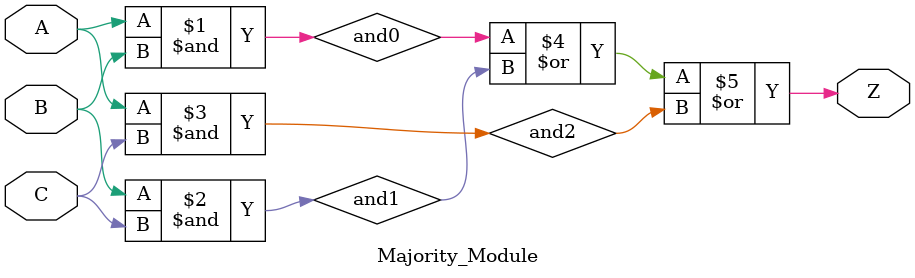
<source format=v>
`timescale 1ns / 1ps


module Majority_Module(
    input A,
    input B,
    input C,
    output Z
    );
    
    and(and0, A, B);
    and(and1, B, C);
    and(and2, A, C);
    or(Z, and0, and1, and2);
    
endmodule

</source>
